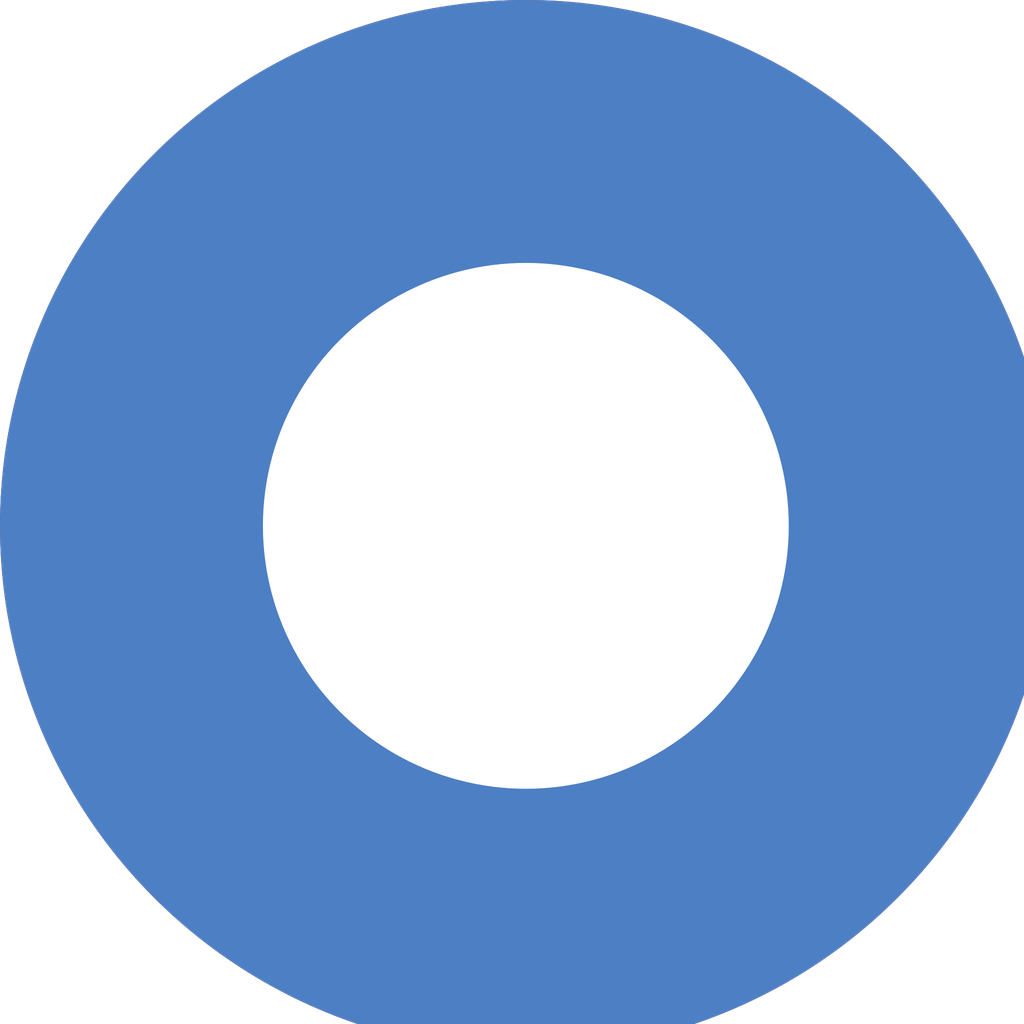
<source format=kicad_pcb>
(kicad_pcb
	(version 20241229)
	(generator "pcbnew")
	(generator_version "9.0")
	(general
		(thickness 1.6)
		(legacy_teardrops no)
	)
	(paper "A4")
	(layers
		(0 "F.Cu" signal)
		(2 "B.Cu" signal)
		(9 "F.Adhes" user "F.Adhesive")
		(11 "B.Adhes" user "B.Adhesive")
		(13 "F.Paste" user)
		(15 "B.Paste" user)
		(5 "F.SilkS" user "F.Silkscreen")
		(7 "B.SilkS" user "B.Silkscreen")
		(1 "F.Mask" user)
		(3 "B.Mask" user)
		(17 "Dwgs.User" user "User.Drawings")
		(19 "Cmts.User" user "User.Comments")
		(21 "Eco1.User" user "User.Eco1")
		(23 "Eco2.User" user "User.Eco2")
		(25 "Edge.Cuts" user)
		(27 "Margin" user)
		(31 "F.CrtYd" user "F.Courtyard")
		(29 "B.CrtYd" user "B.Courtyard")
		(35 "F.Fab" user)
		(33 "B.Fab" user)
		(39 "User.1" user)
		(41 "User.2" user)
		(43 "User.3" user)
		(45 "User.4" user)
		(47 "User.5" user)
		(49 "User.6" user)
		(51 "User.7" user)
		(53 "User.8" user)
		(55 "User.9" user)
	)
	(setup
		(pad_to_mask_clearance 0)
		(allow_soldermask_bridges_in_footprints no)
		(tenting front back)
		(pcbplotparams
			(layerselection 0x00000000_00000000_55555555_5755f5ff)
			(plot_on_all_layers_selection 0x00000000_00000000_00000000_00000000)
			(disableapertmacros no)
			(usegerberextensions no)
			(usegerberattributes yes)
			(usegerberadvancedattributes yes)
			(creategerberjobfile yes)
			(dashed_line_dash_ratio 12.000000)
			(dashed_line_gap_ratio 3.000000)
			(svgprecision 4)
			(plotframeref no)
			(mode 1)
			(useauxorigin no)
			(hpglpennumber 1)
			(hpglpenspeed 20)
			(hpglpendiameter 15.000000)
			(pdf_front_fp_property_popups yes)
			(pdf_back_fp_property_popups yes)
			(pdf_metadata yes)
			(pdf_single_document no)
			(dxfpolygonmode yes)
			(dxfimperialunits yes)
			(dxfusepcbnewfont yes)
			(psnegative no)
			(psa4output no)
			(plot_black_and_white yes)
			(sketchpadsonfab no)
			(plotpadnumbers no)
			(hidednponfab no)
			(sketchdnponfab yes)
			(crossoutdnponfab yes)
			(subtractmaskfromsilk no)
			(outputformat 1)
			(mirror no)
			(drillshape 0)
			(scaleselection 1)
			(outputdirectory "../../../../../Downloads/bablbam/")
		)
	)
	(net 0 "")
	(via
		(at 130.4 101.8)
		(size 0.6)
		(drill 0.3)
		(layers "F.Cu" "B.Cu")
		(net 0)
		(uuid "f7a90e84-b62b-4056-b0f8-d26b3d03074f")
	)
	(embedded_fonts no)
)

</source>
